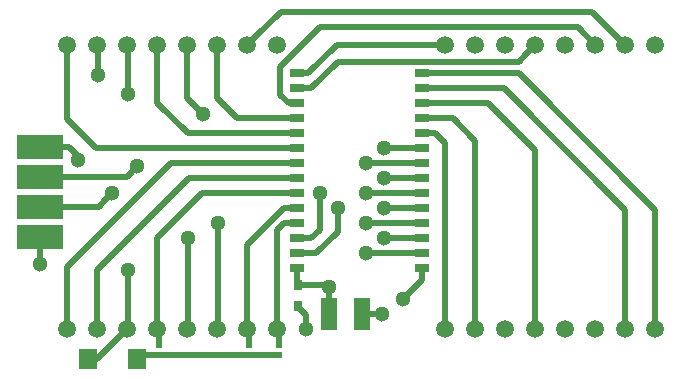
<source format=gtl>
G04 #@! TF.FileFunction,Copper,L1,Top,Signal*
%FSLAX46Y46*%
G04 Gerber Fmt 4.6, Leading zero omitted, Abs format (unit mm)*
G04 Created by KiCad (PCBNEW (after 2015-mar-04 BZR unknown)-product) date 20.05.2015 17:30:12*
%MOMM*%
G01*
G04 APERTURE LIST*
%ADD10C,0.150000*%
%ADD11R,0.800000X0.900000*%
%ADD12R,1.600000X1.800000*%
%ADD13R,0.500000X0.500000*%
%ADD14R,1.270000X0.700000*%
%ADD15R,1.400000X2.800000*%
%ADD16R,4.000000X2.000000*%
%ADD17C,1.500000*%
%ADD18C,1.300000*%
%ADD19C,0.500000*%
G04 APERTURE END LIST*
D10*
D11*
X121600000Y-176300000D03*
X121600000Y-178100000D03*
D12*
X103850000Y-182600000D03*
X107950000Y-182600000D03*
D13*
X120015000Y-181345000D03*
X120015000Y-182245000D03*
X117475000Y-181345000D03*
X117475000Y-182245000D03*
X109855000Y-181345000D03*
X109855000Y-182245000D03*
D14*
X121559000Y-158390000D03*
X121559000Y-159660000D03*
X121559000Y-160930000D03*
X121559000Y-162200000D03*
X121559000Y-163470000D03*
X121559000Y-164740000D03*
X132100000Y-158390000D03*
X132100000Y-159660000D03*
X132100000Y-160930000D03*
X132100000Y-162200000D03*
X132100000Y-163470000D03*
X132100000Y-164740000D03*
X121559000Y-169820000D03*
X121559000Y-168550000D03*
X121559000Y-167280000D03*
X121559000Y-166010000D03*
X132100000Y-166010000D03*
X132100000Y-167280000D03*
X132100000Y-168550000D03*
X132100000Y-169820000D03*
X132100000Y-174900000D03*
X132100000Y-173630000D03*
X132100000Y-172360000D03*
X132100000Y-171090000D03*
X121559000Y-171090000D03*
X121559000Y-172360000D03*
X121559000Y-173630000D03*
X121559000Y-174900000D03*
D15*
X124200000Y-178800000D03*
X127000000Y-178800000D03*
D16*
X99748000Y-164592000D03*
X99748000Y-172212000D03*
X99748000Y-167132000D03*
X99748000Y-169672000D03*
D17*
X104620000Y-156000000D03*
X102080000Y-156000000D03*
X107160000Y-156000000D03*
X109700000Y-156000000D03*
X114780000Y-156000000D03*
X117320000Y-156000000D03*
X112240000Y-156000000D03*
X119860000Y-156000000D03*
X112240000Y-180000000D03*
X119860000Y-180000000D03*
X117320000Y-180000000D03*
X114780000Y-180000000D03*
X109700000Y-180000000D03*
X107160000Y-180000000D03*
X102080000Y-180000000D03*
X104620000Y-180000000D03*
X136620000Y-156000000D03*
X134080000Y-156000000D03*
X139160000Y-156000000D03*
X141700000Y-156000000D03*
X146780000Y-156000000D03*
X149320000Y-156000000D03*
X144240000Y-156000000D03*
X151860000Y-156000000D03*
X144240000Y-180000000D03*
X151860000Y-180000000D03*
X149320000Y-180000000D03*
X146780000Y-180000000D03*
X141700000Y-180000000D03*
X139160000Y-180000000D03*
X134080000Y-180000000D03*
X136620000Y-180000000D03*
D18*
X127381000Y-173609000D03*
X107188000Y-175006000D03*
X124200000Y-176500000D03*
X103000000Y-165750000D03*
X122300000Y-180000000D03*
X128750000Y-178750000D03*
X130500000Y-177500000D03*
X99750000Y-174500000D03*
X127381000Y-168529000D03*
X114808000Y-171069000D03*
X127381000Y-171069000D03*
X112268000Y-172339000D03*
X128905000Y-172339000D03*
X104648000Y-158496000D03*
X128905000Y-164719000D03*
X113538000Y-161798000D03*
X128905000Y-167259000D03*
X107188000Y-160147000D03*
X127381000Y-165989000D03*
X128905000Y-169799000D03*
X108000000Y-166250000D03*
X123444000Y-168529000D03*
X105900000Y-168500000D03*
X124968000Y-169799000D03*
D19*
X103850000Y-182600000D02*
X104560000Y-182600000D01*
X104560000Y-182600000D02*
X107160000Y-180000000D01*
X132100000Y-173630000D02*
X127402000Y-173630000D01*
X127402000Y-173630000D02*
X127381000Y-173609000D01*
X107188000Y-179972000D02*
X107160000Y-180000000D01*
X107188000Y-175006000D02*
X107188000Y-179972000D01*
X117475000Y-182245000D02*
X120015000Y-182245000D01*
X109855000Y-182245000D02*
X117475000Y-182245000D01*
X109855000Y-182245000D02*
X108305000Y-182245000D01*
X108305000Y-182245000D02*
X107950000Y-182600000D01*
X107976000Y-182626000D02*
X107950000Y-182600000D01*
X124200000Y-178800000D02*
X124200000Y-176500000D01*
X123600000Y-176300000D02*
X124000000Y-176300000D01*
X124000000Y-176300000D02*
X124200000Y-176500000D01*
X121600000Y-176300000D02*
X123600000Y-176300000D01*
X121559000Y-174900000D02*
X121559000Y-176259000D01*
X121559000Y-176259000D02*
X121600000Y-176300000D01*
X99748000Y-164592000D02*
X102248000Y-164592000D01*
X102248000Y-164592000D02*
X103000000Y-165344000D01*
X103000000Y-165344000D02*
X103000000Y-165750000D01*
X122300000Y-178850000D02*
X122300000Y-180000000D01*
X121600000Y-178100000D02*
X121600000Y-178150000D01*
X121600000Y-178150000D02*
X122300000Y-178850000D01*
X128700000Y-178800000D02*
X128750000Y-178750000D01*
X127000000Y-178800000D02*
X128700000Y-178800000D01*
X132100000Y-175900000D02*
X130500000Y-177500000D01*
X132100000Y-174900000D02*
X132100000Y-175900000D01*
X99748000Y-174498000D02*
X99750000Y-174500000D01*
X99748000Y-172212000D02*
X99748000Y-174498000D01*
X149320000Y-156000000D02*
X146482000Y-153162000D01*
X146482000Y-153162000D02*
X120158000Y-153162000D01*
X118069999Y-155250001D02*
X117320000Y-156000000D01*
X120158000Y-153162000D02*
X118069999Y-155250001D01*
X132100000Y-168550000D02*
X127402000Y-168550000D01*
X127402000Y-168550000D02*
X127381000Y-168529000D01*
X120015000Y-181345000D02*
X120015000Y-180155000D01*
X120015000Y-180155000D02*
X119860000Y-180000000D01*
X121559000Y-171090000D02*
X120424000Y-171090000D01*
X119860000Y-178939340D02*
X119860000Y-180000000D01*
X120424000Y-171090000D02*
X119860000Y-171654000D01*
X119860000Y-171654000D02*
X119860000Y-178939340D01*
X114808000Y-171069000D02*
X114808000Y-179972000D01*
X114808000Y-179972000D02*
X114780000Y-180000000D01*
X132100000Y-171090000D02*
X127402000Y-171090000D01*
X127402000Y-171090000D02*
X127381000Y-171069000D01*
X121559000Y-167280000D02*
X112374000Y-167280000D01*
X112374000Y-167280000D02*
X104620000Y-175034000D01*
X104620000Y-175034000D02*
X104620000Y-180000000D01*
X117475000Y-181345000D02*
X117475000Y-180155000D01*
X117475000Y-180155000D02*
X117320000Y-180000000D01*
X121559000Y-169820000D02*
X120424000Y-169820000D01*
X117320000Y-172924000D02*
X117320000Y-178939340D01*
X120424000Y-169820000D02*
X117320000Y-172924000D01*
X117320000Y-178939340D02*
X117320000Y-180000000D01*
X112268000Y-172339000D02*
X112268000Y-179972000D01*
X112268000Y-179972000D02*
X112240000Y-180000000D01*
X132100000Y-172360000D02*
X128926000Y-172360000D01*
X128926000Y-172360000D02*
X128905000Y-172339000D01*
X104648000Y-158496000D02*
X104648000Y-156028000D01*
X104648000Y-156028000D02*
X104620000Y-156000000D01*
X132100000Y-164740000D02*
X128926000Y-164740000D01*
X128926000Y-164740000D02*
X128905000Y-164719000D01*
X112240000Y-156000000D02*
X112240000Y-160500000D01*
X112240000Y-160500000D02*
X113538000Y-161798000D01*
X132100000Y-167280000D02*
X128926000Y-167280000D01*
X128926000Y-167280000D02*
X128905000Y-167259000D01*
X121559000Y-166010000D02*
X110850000Y-166010000D01*
X110850000Y-166010000D02*
X102080000Y-174780000D01*
X102080000Y-174780000D02*
X102080000Y-180000000D01*
X121559000Y-163470000D02*
X112289000Y-163470000D01*
X112289000Y-163470000D02*
X109700000Y-160881000D01*
X109700000Y-160881000D02*
X109700000Y-156000000D01*
X107188000Y-160147000D02*
X107188000Y-156028000D01*
X107188000Y-156028000D02*
X107160000Y-156000000D01*
X127402000Y-166010000D02*
X127381000Y-165989000D01*
X132100000Y-166010000D02*
X127402000Y-166010000D01*
X121559000Y-162200000D02*
X116480000Y-162200000D01*
X116480000Y-162200000D02*
X114780000Y-160500000D01*
X114780000Y-160500000D02*
X114780000Y-156000000D01*
X132100000Y-169820000D02*
X128926000Y-169820000D01*
X128926000Y-169820000D02*
X128905000Y-169799000D01*
X109855000Y-181345000D02*
X109855000Y-180155000D01*
X109855000Y-180155000D02*
X109700000Y-180000000D01*
X121559000Y-168550000D02*
X113517000Y-168550000D01*
X109700000Y-172367000D02*
X109700000Y-180000000D01*
X113517000Y-168550000D02*
X109700000Y-172367000D01*
X121559000Y-164740000D02*
X104542000Y-164740000D01*
X104542000Y-164740000D02*
X102080000Y-162278000D01*
X102080000Y-162278000D02*
X102080000Y-156000000D01*
X107350001Y-166899999D02*
X108000000Y-166250000D01*
X99748000Y-167132000D02*
X107118000Y-167132000D01*
X107118000Y-167132000D02*
X107350001Y-166899999D01*
X121559000Y-172360000D02*
X122694000Y-172360000D01*
X122694000Y-172360000D02*
X123444000Y-171610000D01*
X123444000Y-171610000D02*
X123444000Y-168529000D01*
X105250001Y-169149999D02*
X105900000Y-168500000D01*
X104728000Y-169672000D02*
X105250001Y-169149999D01*
X99748000Y-169672000D02*
X104728000Y-169672000D01*
X121559000Y-173630000D02*
X123169000Y-173630000D01*
X124968000Y-171831000D02*
X124968000Y-169799000D01*
X123169000Y-173630000D02*
X124968000Y-171831000D01*
X100002000Y-169418000D02*
X99748000Y-169672000D01*
X123473998Y-154500000D02*
X145280000Y-154500000D01*
X145280000Y-154500000D02*
X146780000Y-156000000D01*
X120100000Y-160200000D02*
X120100000Y-157873998D01*
X120100000Y-157873998D02*
X123473998Y-154500000D01*
X120830000Y-160930000D02*
X120100000Y-160200000D01*
X121559000Y-160930000D02*
X120830000Y-160930000D01*
X140290000Y-158390000D02*
X151860000Y-169960000D01*
X151860000Y-169960000D02*
X151860000Y-180000000D01*
X132100000Y-158390000D02*
X140290000Y-158390000D01*
X121559000Y-159660000D02*
X122694000Y-159660000D01*
X122694000Y-159660000D02*
X124954000Y-157400000D01*
X124954000Y-157400000D02*
X140300000Y-157400000D01*
X140300000Y-157400000D02*
X140950001Y-156749999D01*
X140950001Y-156749999D02*
X141700000Y-156000000D01*
X132100000Y-159660000D02*
X139060000Y-159660000D01*
X139060000Y-159660000D02*
X149320000Y-169920000D01*
X149320000Y-169920000D02*
X149320000Y-180000000D01*
X132100000Y-162200000D02*
X134700000Y-162200000D01*
X134700000Y-162200000D02*
X136620000Y-164120000D01*
X136620000Y-164120000D02*
X136620000Y-180000000D01*
X132100000Y-163470000D02*
X133235000Y-163470000D01*
X133235000Y-163470000D02*
X134080000Y-164315000D01*
X134080000Y-164315000D02*
X134080000Y-178939340D01*
X134080000Y-178939340D02*
X134080000Y-180000000D01*
X122490000Y-158390000D02*
X124880000Y-156000000D01*
X124880000Y-156000000D02*
X134080000Y-156000000D01*
X121559000Y-158390000D02*
X122490000Y-158390000D01*
X137730000Y-160930000D02*
X141700000Y-164900000D01*
X141700000Y-164900000D02*
X141700000Y-180000000D01*
X132100000Y-160930000D02*
X137730000Y-160930000D01*
M02*

</source>
